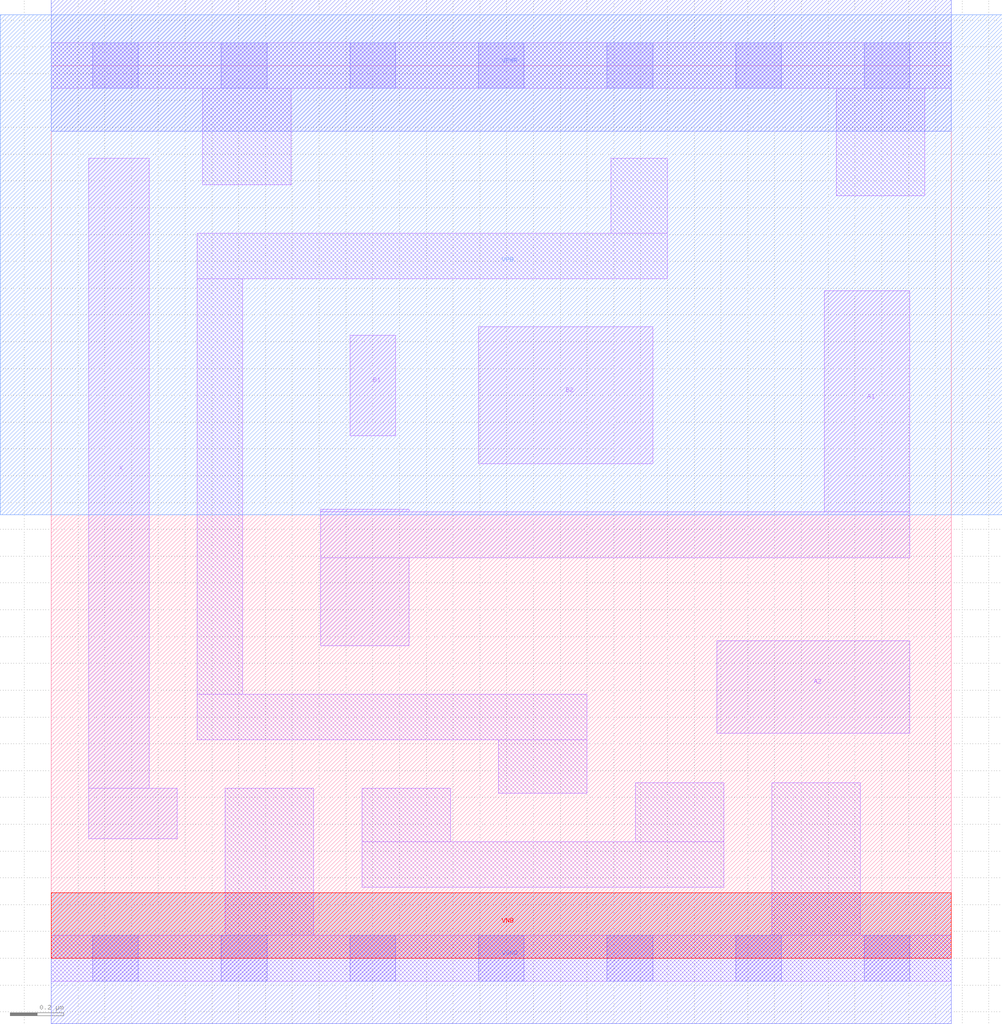
<source format=lef>
# Copyright 2020 The SkyWater PDK Authors
#
# Licensed under the Apache License, Version 2.0 (the "License");
# you may not use this file except in compliance with the License.
# You may obtain a copy of the License at
#
#     https://www.apache.org/licenses/LICENSE-2.0
#
# Unless required by applicable law or agreed to in writing, software
# distributed under the License is distributed on an "AS IS" BASIS,
# WITHOUT WARRANTIES OR CONDITIONS OF ANY KIND, either express or implied.
# See the License for the specific language governing permissions and
# limitations under the License.
#
# SPDX-License-Identifier: Apache-2.0

VERSION 5.7 ;
  NOWIREEXTENSIONATPIN ON ;
  DIVIDERCHAR "/" ;
  BUSBITCHARS "[]" ;
MACRO sky130_fd_sc_lp__o22a_m
  CLASS CORE ;
  FOREIGN sky130_fd_sc_lp__o22a_m ;
  ORIGIN  0.000000  0.000000 ;
  SIZE  3.360000 BY  3.330000 ;
  SYMMETRY X Y R90 ;
  SITE unit ;
  PIN A1
    ANTENNAGATEAREA  0.126000 ;
    DIRECTION INPUT ;
    USE SIGNAL ;
    PORT
      LAYER li1 ;
        RECT 1.005000 1.165000 1.335000 1.495000 ;
        RECT 1.005000 1.495000 3.205000 1.665000 ;
        RECT 1.005000 1.665000 1.335000 1.675000 ;
        RECT 2.885000 1.665000 3.205000 2.490000 ;
    END
  END A1
  PIN A2
    ANTENNAGATEAREA  0.126000 ;
    DIRECTION INPUT ;
    USE SIGNAL ;
    PORT
      LAYER li1 ;
        RECT 2.485000 0.840000 3.205000 1.185000 ;
    END
  END A2
  PIN B1
    ANTENNAGATEAREA  0.126000 ;
    DIRECTION INPUT ;
    USE SIGNAL ;
    PORT
      LAYER li1 ;
        RECT 1.115000 1.950000 1.285000 2.325000 ;
    END
  END B1
  PIN B2
    ANTENNAGATEAREA  0.126000 ;
    DIRECTION INPUT ;
    USE SIGNAL ;
    PORT
      LAYER li1 ;
        RECT 1.595000 1.845000 2.245000 2.355000 ;
    END
  END B2
  PIN X
    ANTENNADIFFAREA  0.239400 ;
    DIRECTION OUTPUT ;
    USE SIGNAL ;
    PORT
      LAYER li1 ;
        RECT 0.140000 0.445000 0.470000 0.635000 ;
        RECT 0.140000 0.635000 0.365000 2.985000 ;
    END
  END X
  PIN VGND
    DIRECTION INOUT ;
    USE GROUND ;
    PORT
      LAYER met1 ;
        RECT 0.000000 -0.245000 3.360000 0.245000 ;
    END
  END VGND
  PIN VNB
    DIRECTION INOUT ;
    USE GROUND ;
    PORT
      LAYER pwell ;
        RECT 0.000000 0.000000 3.360000 0.245000 ;
    END
  END VNB
  PIN VPB
    DIRECTION INOUT ;
    USE POWER ;
    PORT
      LAYER nwell ;
        RECT -0.190000 1.655000 3.550000 3.520000 ;
    END
  END VPB
  PIN VPWR
    DIRECTION INOUT ;
    USE POWER ;
    PORT
      LAYER met1 ;
        RECT 0.000000 3.085000 3.360000 3.575000 ;
    END
  END VPWR
  OBS
    LAYER li1 ;
      RECT 0.000000 -0.085000 3.360000 0.085000 ;
      RECT 0.000000  3.245000 3.360000 3.415000 ;
      RECT 0.545000  0.815000 2.000000 0.985000 ;
      RECT 0.545000  0.985000 0.715000 2.535000 ;
      RECT 0.545000  2.535000 2.300000 2.705000 ;
      RECT 0.565000  2.885000 0.895000 3.245000 ;
      RECT 0.650000  0.085000 0.980000 0.635000 ;
      RECT 1.160000  0.265000 2.510000 0.435000 ;
      RECT 1.160000  0.435000 1.490000 0.635000 ;
      RECT 1.670000  0.615000 2.000000 0.815000 ;
      RECT 2.090000  2.705000 2.300000 2.985000 ;
      RECT 2.180000  0.435000 2.510000 0.655000 ;
      RECT 2.690000  0.085000 3.020000 0.655000 ;
      RECT 2.930000  2.845000 3.260000 3.245000 ;
    LAYER mcon ;
      RECT 0.155000 -0.085000 0.325000 0.085000 ;
      RECT 0.155000  3.245000 0.325000 3.415000 ;
      RECT 0.635000 -0.085000 0.805000 0.085000 ;
      RECT 0.635000  3.245000 0.805000 3.415000 ;
      RECT 1.115000 -0.085000 1.285000 0.085000 ;
      RECT 1.115000  3.245000 1.285000 3.415000 ;
      RECT 1.595000 -0.085000 1.765000 0.085000 ;
      RECT 1.595000  3.245000 1.765000 3.415000 ;
      RECT 2.075000 -0.085000 2.245000 0.085000 ;
      RECT 2.075000  3.245000 2.245000 3.415000 ;
      RECT 2.555000 -0.085000 2.725000 0.085000 ;
      RECT 2.555000  3.245000 2.725000 3.415000 ;
      RECT 3.035000 -0.085000 3.205000 0.085000 ;
      RECT 3.035000  3.245000 3.205000 3.415000 ;
  END
END sky130_fd_sc_lp__o22a_m
END LIBRARY

</source>
